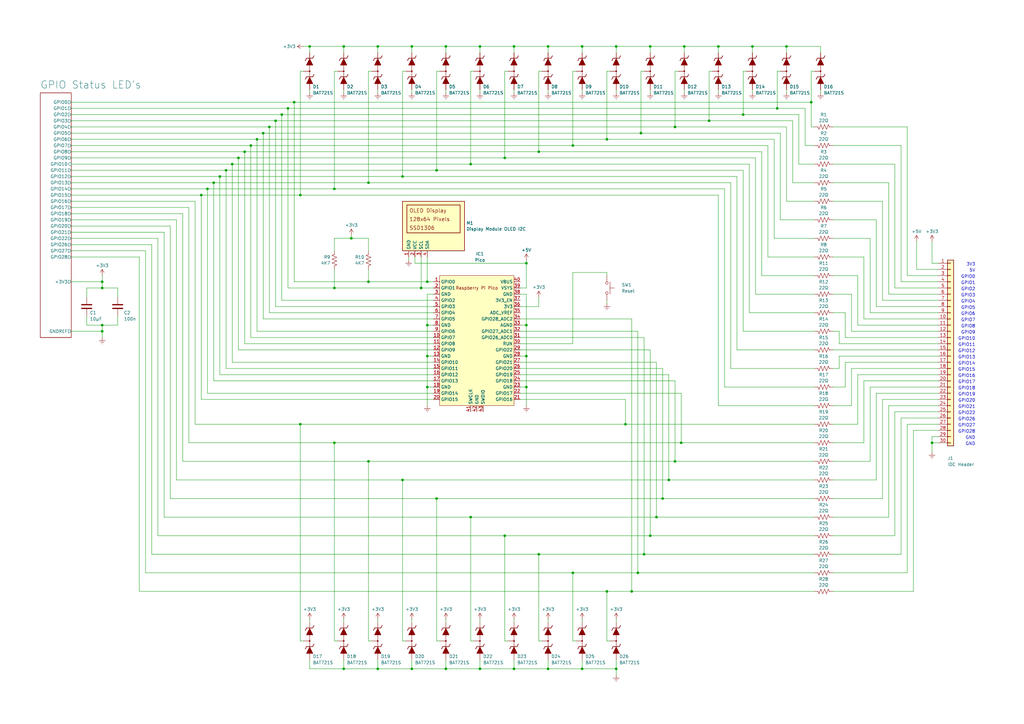
<source format=kicad_sch>
(kicad_sch (version 20231120) (generator "eeschema") (generator_version "8.0")
  (paper "A3")
  (title_block (title "PicoXpander -Pico Driver Board"))
  (junction (at 261.62 234.95))
  (junction (at 193.04 67.31))
  (junction (at 87.63 74.93))
  (junction (at 264.16 227.33))
  (junction (at 280.67 19.05))
  (junction (at 115.57 46.99))
  (junction (at 252.73 19.05))
  (junction (at 238.76 19.05))
  (junction (at 210.82 274.32))
  (junction (at 210.82 19.05))
  (junction (at 215.9 107.95))
  (junction (at 266.7 19.05))
  (junction (at 179.07 204.47))
  (junction (at 144.1103 97.7365))
  (junction (at 382.27 181.61))
  (junction (at 318.77 44.45))
  (junction (at 168.91 274.32))
  (junction (at 105.41 57.15))
  (junction (at 41.91 118.11))
  (junction (at 110.49 52.07))
  (junction (at 290.83 49.53))
  (junction (at 175.26 146.05))
  (junction (at 196.85 19.05))
  (junction (at 215.9 158.75))
  (junction (at 100.33 62.23))
  (junction (at 85.09 77.47))
  (junction (at 179.07 69.85))
  (junction (at 274.32 196.85))
  (junction (at 207.01 219.71))
  (junction (at 271.78 204.47))
  (junction (at 168.91 19.05))
  (junction (at 215.9 133.35))
  (junction (at 154.94 19.05))
  (junction (at 120.65 41.91))
  (junction (at 97.79 64.77))
  (junction (at 259.08 242.57))
  (junction (at 123.19 80.01))
  (junction (at 294.64 19.05))
  (junction (at 137.16 181.61))
  (junction (at 262.89 54.61))
  (junction (at 193.04 212.09))
  (junction (at 113.03 49.53))
  (junction (at 151.13 189.23))
  (junction (at 220.98 62.23))
  (junction (at 276.86 189.23))
  (junction (at 137.16 77.47))
  (junction (at 256.54 173.99))
  (junction (at 92.71 69.85))
  (junction (at 151.13 115.57))
  (junction (at 95.25 67.31))
  (junction (at 41.91 133.35))
  (junction (at 175.26 133.35))
  (junction (at 41.91 115.57))
  (junction (at 90.17 72.39))
  (junction (at 234.95 234.95))
  (junction (at 196.85 274.32))
  (junction (at 137.16 118.11))
  (junction (at 151.13 74.93))
  (junction (at 41.91 135.89))
  (junction (at 304.8 46.99))
  (junction (at 207.01 64.77))
  (junction (at 252.73 274.32))
  (junction (at 276.86 52.07))
  (junction (at 248.92 57.15))
  (junction (at 182.88 274.32))
  (junction (at 224.79 274.32))
  (junction (at 308.61 19.05))
  (junction (at 279.4 181.61))
  (junction (at 140.97 19.05))
  (junction (at 234.95 59.69))
  (junction (at 165.1 72.39))
  (junction (at 123.19 173.99))
  (junction (at 165.1 196.85))
  (junction (at 82.55 80.01))
  (junction (at 224.79 19.05))
  (junction (at 238.76 274.32))
  (junction (at 127 19.05))
  (junction (at 248.92 242.57))
  (junction (at 175.26 158.75))
  (junction (at 102.87 59.69))
  (junction (at 266.7 219.71))
  (junction (at 332.74 41.91))
  (junction (at 182.88 19.05))
  (junction (at 322.58 19.05))
  (junction (at 107.95 54.61))
  (junction (at 220.98 227.33))
  (junction (at 154.94 274.32))
  (junction (at 118.11 44.45))
  (junction (at 172.72 118.11))
  (junction (at 269.24 212.09))
  (junction (at 215.9 146.05))
  (junction (at 175.26 115.57))
  (junction (at 140.97 274.32))
  (wire (pts (xy 318.77 44.45) (xy 318.77 29.21)))
  (wire (pts (xy 356.87 189.23) (xy 341.63 189.23)))
  (wire (pts (xy 364.49 212.09) (xy 341.63 212.09)))
  (wire (pts (xy 252.73 270.51) (xy 252.73 274.32)))
  (wire (pts (xy 140.97 274.32) (xy 127 274.32)))
  (wire (pts (xy 220.98 125.73) (xy 220.98 121.92)))
  (wire (pts (xy 248.92 29.21) (xy 250.19 29.21)))
  (wire (pts (xy 213.36 130.81) (xy 259.08 130.81)))
  (wire (pts (xy 41.91 138.43) (xy 41.91 135.89)))
  (wire (pts (xy 137.16 29.21) (xy 138.43 29.21)))
  (wire (pts (xy 196.85 38.1) (xy 196.85 36.83)))
  (wire (pts (xy 384.81 146.05) (xy 344.17 146.05)))
  (wire (pts (xy 302.26 72.39) (xy 302.26 143.51)))
  (wire (pts (xy 177.8 151.13) (xy 92.71 151.13)))
  (wire (pts (xy 77.47 181.61) (xy 137.16 181.61)))
  (wire (pts (xy 374.65 242.57) (xy 341.63 242.57)))
  (wire (pts (xy 349.25 166.37) (xy 341.63 166.37)))
  (wire (pts (xy 154.94 270.51) (xy 154.94 274.32)))
  (wire (pts (xy 29.21 74.93) (xy 87.63 74.93)))
  (wire (pts (xy 356.87 97.79) (xy 341.63 97.79)))
  (wire (pts (xy 182.88 254) (xy 182.88 255.27)))
  (wire (pts (xy 384.81 140.97) (xy 344.17 140.97)))
  (wire (pts (xy 334.01 135.89) (xy 304.8 135.89)))
  (wire (pts (xy 177.8 158.75) (xy 175.26 158.75)))
  (wire (pts (xy 384.81 163.83) (xy 361.95 163.83)))
  (wire (pts (xy 384.81 125.73) (xy 359.41 125.73)))
  (wire (pts (xy 384.81 151.13) (xy 349.25 151.13)))
  (wire (pts (xy 384.81 138.43) (xy 346.71 138.43)))
  (wire (pts (xy 280.67 19.05) (xy 280.67 21.59)))
  (wire (pts (xy 384.81 115.57) (xy 369.57 115.57)))
  (wire (pts (xy 359.41 90.17) (xy 341.63 90.17)))
  (wire (pts (xy 384.81 113.03) (xy 372.11 113.03)))
  (wire (pts (xy 175.26 133.35) (xy 177.8 133.35)))
  (wire (pts (xy 29.21 67.31) (xy 95.25 67.31)))
  (wire (pts (xy 85.09 77.47) (xy 137.16 77.47)))
  (wire (pts (xy 220.98 227.33) (xy 264.16 227.33)))
  (wire (pts (xy 29.21 46.99) (xy 115.57 46.99)))
  (wire (pts (xy 179.07 204.47) (xy 271.78 204.47)))
  (wire (pts (xy 182.88 274.32) (xy 196.85 274.32)))
  (wire (pts (xy 356.87 128.27) (xy 356.87 97.79)))
  (wire (pts (xy 384.81 130.81) (xy 354.33 130.81)))
  (wire (pts (xy 177.8 148.59) (xy 95.25 148.59)))
  (wire (pts (xy 154.94 254) (xy 154.94 255.27)))
  (wire (pts (xy 336.55 38.1) (xy 336.55 36.83)))
  (wire (pts (xy 252.73 19.05) (xy 266.7 19.05)))
  (wire (pts (xy 213.36 153.67) (xy 274.32 153.67)))
  (wire (pts (xy 193.04 262.89) (xy 193.04 212.09)))
  (wire (pts (xy 334.01 151.13) (xy 299.72 151.13)))
  (wire (pts (xy 248.92 262.89) (xy 248.92 242.57)))
  (wire (pts (xy 59.69 102.87) (xy 59.69 234.95)))
  (wire (pts (xy 29.21 69.85) (xy 92.71 69.85)))
  (wire (pts (xy 354.33 105.41) (xy 341.63 105.41)))
  (wire (pts (xy 29.21 82.55) (xy 80.01 82.55)))
  (wire (pts (xy 308.61 38.1) (xy 308.61 36.83)))
  (wire (pts (xy 29.21 59.69) (xy 102.87 59.69)))
  (wire (pts (xy 120.65 41.91) (xy 332.74 41.91)))
  (wire (pts (xy 140.97 270.51) (xy 140.97 274.32)))
  (wire (pts (xy 207.01 219.71) (xy 266.7 219.71)))
  (wire (pts (xy 165.1 29.21) (xy 166.37 29.21)))
  (wire (pts (xy 369.57 59.69) (xy 341.63 59.69)))
  (wire (pts (xy 374.65 176.53) (xy 374.65 242.57)))
  (wire (pts (xy 107.95 54.61) (xy 262.89 54.61)))
  (wire (pts (xy 325.12 49.53) (xy 290.83 49.53)))
  (wire (pts (xy 334.01 74.93) (xy 325.12 74.93)))
  (wire (pts (xy 248.92 124.46) (xy 248.92 123.19)))
  (wire (pts (xy 29.21 41.91) (xy 120.65 41.91)))
  (wire (pts (xy 294.64 21.59) (xy 294.64 19.05)))
  (wire (pts (xy 215.9 158.75) (xy 215.9 166.37)))
  (wire (pts (xy 196.85 19.05) (xy 196.85 21.59)))
  (wire (pts (xy 102.87 138.43) (xy 102.87 59.69)))
  (wire (pts (xy 384.81 171.45) (xy 369.57 171.45)))
  (wire (pts (xy 367.03 118.11) (xy 367.03 67.31)))
  (wire (pts (xy 276.86 189.23) (xy 334.01 189.23)))
  (wire (pts (xy 346.71 128.27) (xy 341.63 128.27)))
  (wire (pts (xy 29.21 77.47) (xy 85.09 77.47)))
  (wire (pts (xy 138.43 262.89) (xy 137.16 262.89)))
  (wire (pts (xy 266.7 19.05) (xy 280.67 19.05)))
  (wire (pts (xy 175.26 146.05) (xy 175.26 133.35)))
  (wire (pts (xy 266.7 143.51) (xy 266.7 219.71)))
  (wire (pts (xy 384.81 176.53) (xy 374.65 176.53)))
  (wire (pts (xy 238.76 19.05) (xy 238.76 21.59)))
  (wire (pts (xy 351.79 133.35) (xy 351.79 113.03)))
  (wire (pts (xy 35.56 129.54) (xy 35.56 133.35)))
  (wire (pts (xy 234.95 111.76) (xy 248.92 111.76)))
  (wire (pts (xy 248.92 29.21) (xy 248.92 57.15)))
  (wire (pts (xy 64.77 97.79) (xy 64.77 219.71)))
  (wire (pts (xy 213.36 146.05) (xy 215.9 146.05)))
  (wire (pts (xy 382.27 107.95) (xy 384.81 107.95)))
  (wire (pts (xy 215.9 106.68) (xy 215.9 107.95)))
  (wire (pts (xy 351.79 113.03) (xy 341.63 113.03)))
  (wire (pts (xy 151.13 262.89) (xy 151.13 189.23)))
  (wire (pts (xy 224.79 270.51) (xy 224.79 274.32)))
  (wire (pts (xy 175.26 115.57) (xy 177.8 115.57)))
  (wire (pts (xy 35.56 121.92) (xy 35.56 118.11)))
  (wire (pts (xy 318.77 29.21) (xy 320.04 29.21)))
  (wire (pts (xy 334.01 196.85) (xy 274.32 196.85)))
  (wire (pts (xy 97.79 143.51) (xy 97.79 64.77)))
  (wire (pts (xy 127 21.59) (xy 127 19.05)))
  (wire (pts (xy 90.17 153.67) (xy 90.17 72.39)))
  (wire (pts (xy 168.91 274.32) (xy 182.88 274.32)))
  (wire (pts (xy 320.04 54.61) (xy 262.89 54.61)))
  (wire (pts (xy 29.21 102.87) (xy 59.69 102.87)))
  (wire (pts (xy 137.16 181.61) (xy 279.4 181.61)))
  (wire (pts (xy 213.36 148.59) (xy 269.24 148.59)))
  (wire (pts (xy 220.98 62.23) (xy 312.42 62.23)))
  (wire (pts (xy 95.25 67.31) (xy 193.04 67.31)))
  (wire (pts (xy 82.55 80.01) (xy 123.19 80.01)))
  (wire (pts (xy 48.26 129.54) (xy 48.26 133.35)))
  (wire (pts (xy 234.95 111.76) (xy 234.95 140.97)))
  (wire (pts (xy 107.95 130.81) (xy 107.95 54.61)))
  (wire (pts (xy 48.26 118.11) (xy 48.26 121.92)))
  (wire (pts (xy 367.03 219.71) (xy 341.63 219.71)))
  (wire (pts (xy 299.72 151.13) (xy 299.72 74.93)))
  (wire (pts (xy 330.2 44.45) (xy 318.77 44.45)))
  (wire (pts (xy 210.82 254) (xy 210.82 255.27)))
  (wire (pts (xy 177.8 130.81) (xy 107.95 130.81)))
  (wire (pts (xy 115.57 46.99) (xy 304.8 46.99)))
  (wire (pts (xy 193.04 29.21) (xy 193.04 67.31)))
  (wire (pts (xy 279.4 161.29) (xy 279.4 181.61)))
  (wire (pts (xy 351.79 153.67) (xy 351.79 173.99)))
  (wire (pts (xy 259.08 130.81) (xy 259.08 242.57)))
  (wire (pts (xy 327.66 46.99) (xy 327.66 67.31)))
  (wire (pts (xy 29.21 115.57) (xy 41.91 115.57)))
  (wire (pts (xy 29.21 80.01) (xy 82.55 80.01)))
  (wire (pts (xy 256.54 163.83) (xy 256.54 173.99)))
  (wire (pts (xy 72.39 90.17) (xy 72.39 196.85)))
  (wire (pts (xy 384.81 120.65) (xy 364.49 120.65)))
  (wire (pts (xy 207.01 29.21) (xy 208.28 29.21)))
  (wire (pts (xy 367.03 168.91) (xy 367.03 219.71)))
  (wire (pts (xy 297.18 77.47) (xy 297.18 158.75)))
  (wire (pts (xy 375.92 110.49) (xy 384.81 110.49)))
  (wire (pts (xy 127 254) (xy 127 255.27)))
  (wire (pts (xy 123.19 262.89) (xy 124.46 262.89)))
  (wire (pts (xy 266.7 38.1) (xy 266.7 36.83)))
  (wire (pts (xy 57.15 242.57) (xy 248.92 242.57)))
  (wire (pts (xy 336.55 19.05) (xy 336.55 21.59)))
  (wire (pts (xy 384.81 161.29) (xy 359.41 161.29)))
  (wire (pts (xy 137.16 97.7365) (xy 144.1103 97.7365)))
  (wire (pts (xy 74.93 189.23) (xy 151.13 189.23)))
  (wire (pts (xy 234.95 59.69) (xy 314.96 59.69)))
  (wire (pts (xy 154.94 38.1) (xy 154.94 36.83)))
  (wire (pts (xy 35.56 118.11) (xy 41.91 118.11)))
  (wire (pts (xy 137.16 77.47) (xy 297.18 77.47)))
  (wire (pts (xy 196.85 270.51) (xy 196.85 274.32)))
  (wire (pts (xy 375.92 99.06) (xy 375.92 110.49)))
  (wire (pts (xy 261.62 135.89) (xy 261.62 234.95)))
  (wire (pts (xy 196.85 19.05) (xy 210.82 19.05)))
  (wire (pts (xy 384.81 123.19) (xy 361.95 123.19)))
  (wire (pts (xy 165.1 262.89) (xy 165.1 196.85)))
  (wire (pts (xy 384.81 135.89) (xy 349.25 135.89)))
  (wire (pts (xy 113.03 125.73) (xy 177.8 125.73)))
  (wire (pts (xy 87.63 156.21) (xy 87.63 74.93)))
  (wire (pts (xy 261.62 234.95) (xy 334.01 234.95)))
  (wire (pts (xy 299.72 74.93) (xy 151.13 74.93)))
  (wire (pts (xy 69.85 92.71) (xy 69.85 204.47)))
  (wire (pts (xy 175.26 146.05) (xy 175.26 158.75)))
  (wire (pts (xy 290.83 29.21) (xy 292.1 29.21)))
  (wire (pts (xy 175.26 158.75) (xy 175.26 166.37)))
  (wire (pts (xy 334.01 52.07) (xy 332.74 52.07)))
  (wire (pts (xy 294.64 80.01) (xy 123.19 80.01)))
  (wire (pts (xy 264.16 138.43) (xy 264.16 227.33)))
  (wire (pts (xy 213.36 140.97) (xy 234.95 140.97)))
  (wire (pts (xy 344.17 151.13) (xy 341.63 151.13)))
  (wire (pts (xy 177.8 128.27) (xy 110.49 128.27)))
  (wire (pts (xy 213.36 138.43) (xy 264.16 138.43)))
  (wire (pts (xy 105.41 57.15) (xy 248.92 57.15)))
  (wire (pts (xy 29.21 90.17) (xy 72.39 90.17)))
  (wire (pts (xy 29.21 54.61) (xy 107.95 54.61)))
  (wire (pts (xy 215.9 133.35) (xy 215.9 146.05)))
  (wire (pts (xy 364.49 166.37) (xy 364.49 212.09)))
  (wire (pts (xy 69.85 204.47) (xy 179.07 204.47)))
  (wire (pts (xy 118.11 118.11) (xy 137.16 118.11)))
  (wire (pts (xy 309.88 120.65) (xy 309.88 64.77)))
  (wire (pts (xy 334.01 90.17) (xy 320.04 90.17)))
  (wire (pts (xy 384.81 156.21) (xy 354.33 156.21)))
  (wire (pts (xy 294.64 19.05) (xy 308.61 19.05)))
  (wire (pts (xy 384.81 158.75) (xy 356.87 158.75)))
  (wire (pts (xy 168.91 254) (xy 168.91 255.27)))
  (wire (pts (xy 317.5 97.79) (xy 334.01 97.79)))
  (wire (pts (xy 238.76 254) (xy 238.76 255.27)))
  (wire (pts (xy 271.78 151.13) (xy 271.78 204.47)))
  (wire (pts (xy 213.36 161.29) (xy 279.4 161.29)))
  (wire (pts (xy 346.71 148.59) (xy 346.71 158.75)))
  (wire (pts (xy 213.36 156.21) (xy 276.86 156.21)))
  (wire (pts (xy 222.25 262.89) (xy 220.98 262.89)))
  (wire (pts (xy 62.23 227.33) (xy 220.98 227.33)))
  (wire (pts (xy 29.21 87.63) (xy 74.93 87.63)))
  (wire (pts (xy 74.93 87.63) (xy 74.93 189.23)))
  (wire (pts (xy 179.07 262.89) (xy 179.07 204.47)))
  (wire (pts (xy 207.01 262.89) (xy 208.28 262.89)))
  (wire (pts (xy 215.9 120.65) (xy 215.9 133.35)))
  (wire (pts (xy 269.24 148.59) (xy 269.24 212.09)))
  (wire (pts (xy 364.49 120.65) (xy 364.49 74.93)))
  (wire (pts (xy 308.61 19.05) (xy 308.61 21.59)))
  (wire (pts (xy 334.01 212.09) (xy 269.24 212.09)))
  (wire (pts (xy 137.16 262.89) (xy 137.16 181.61)))
  (wire (pts (xy 304.8 29.21) (xy 304.8 46.99)))
  (wire (pts (xy 224.79 38.1) (xy 224.79 36.83)))
  (wire (pts (xy 322.58 19.05) (xy 322.58 21.59)))
  (wire (pts (xy 213.36 163.83) (xy 256.54 163.83)))
  (wire (pts (xy 322.58 38.1) (xy 322.58 36.83)))
  (wire (pts (xy 215.9 118.11) (xy 215.9 107.95)))
  (wire (pts (xy 210.82 19.05) (xy 210.82 21.59)))
  (wire (pts (xy 154.94 19.05) (xy 154.94 21.59)))
  (wire (pts (xy 304.8 29.21) (xy 306.07 29.21)))
  (wire (pts (xy 384.81 166.37) (xy 364.49 166.37)))
  (wire (pts (xy 294.64 38.1) (xy 294.64 36.83)))
  (wire (pts (xy 137.16 29.21) (xy 137.16 77.47)))
  (wire (pts (xy 234.95 29.21) (xy 236.22 29.21)))
  (wire (pts (xy 364.49 74.93) (xy 341.63 74.93)))
  (wire (pts (xy 224.79 19.05) (xy 238.76 19.05)))
  (wire (pts (xy 151.13 262.89) (xy 152.4 262.89)))
  (wire (pts (xy 137.16 118.11) (xy 172.72 118.11)))
  (wire (pts (xy 196.85 254) (xy 196.85 255.27)))
  (wire (pts (xy 62.23 100.33) (xy 62.23 227.33)))
  (wire (pts (xy 361.95 163.83) (xy 361.95 204.47)))
  (wire (pts (xy 177.8 140.97) (xy 100.33 140.97)))
  (wire (pts (xy 307.34 128.27) (xy 334.01 128.27)))
  (wire (pts (xy 85.09 161.29) (xy 85.09 77.47)))
  (wire (pts (xy 102.87 59.69) (xy 234.95 59.69)))
  (wire (pts (xy 144.1103 97.7365) (xy 151.13 97.7365)))
  (wire (pts (xy 384.81 143.51) (xy 341.63 143.51)))
  (wire (pts (xy 332.74 29.21) (xy 332.74 41.91)))
  (wire (pts (xy 29.21 62.23) (xy 100.33 62.23)))
  (wire (pts (xy 213.36 118.11) (xy 215.9 118.11)))
  (wire (pts (xy 123.19 29.21) (xy 124.46 29.21)))
  (wire (pts (xy 113.03 49.53) (xy 290.83 49.53)))
  (wire (pts (xy 154.94 274.32) (xy 140.97 274.32)))
  (wire (pts (xy 29.21 85.09) (xy 77.47 85.09)))
  (wire (pts (xy 322.58 19.05) (xy 336.55 19.05)))
  (wire (pts (xy 120.65 115.57) (xy 151.13 115.57)))
  (wire (pts (xy 100.33 62.23) (xy 220.98 62.23)))
  (wire (pts (xy 207.01 64.77) (xy 207.01 29.21)))
  (wire (pts (xy 304.8 46.99) (xy 327.66 46.99)))
  (wire (pts (xy 372.11 113.03) (xy 372.11 52.07)))
  (wire (pts (xy 354.33 156.21) (xy 354.33 181.61)))
  (wire (pts (xy 207.01 64.77) (xy 309.88 64.77)))
  (wire (pts (xy 41.91 115.57) (xy 41.91 118.11)))
  (wire (pts (xy 308.61 19.05) (xy 322.58 19.05)))
  (wire (pts (xy 274.32 153.67) (xy 274.32 196.85)))
  (wire (pts (xy 248.92 57.15) (xy 317.5 57.15)))
  (wire (pts (xy 234.95 262.89) (xy 234.95 234.95)))
  (wire (pts (xy 314.96 105.41) (xy 314.96 59.69)))
  (wire (pts (xy 90.17 72.39) (xy 165.1 72.39)))
  (wire (pts (xy 82.55 163.83) (xy 177.8 163.83)))
  (wire (pts (xy 252.73 274.32) (xy 252.73 276.86)))
  (wire (pts (xy 165.1 29.21) (xy 165.1 72.39)))
  (wire (pts (xy 213.36 158.75) (xy 215.9 158.75)))
  (wire (pts (xy 220.98 29.21) (xy 220.98 62.23)))
  (wire (pts (xy 179.07 69.85) (xy 179.07 29.21)))
  (wire (pts (xy 120.65 41.91) (xy 120.65 115.57)))
  (wire (pts (xy 35.56 133.35) (xy 41.91 133.35)))
  (wire (pts (xy 151.13 115.57) (xy 175.26 115.57)))
  (wire (pts (xy 384.81 173.99) (xy 372.11 173.99)))
  (wire (pts (xy 384.81 168.91) (xy 367.03 168.91)))
  (wire (pts (xy 234.95 234.95) (xy 261.62 234.95)))
  (wire (pts (xy 97.79 64.77) (xy 207.01 64.77)))
  (wire (pts (xy 115.57 123.19) (xy 115.57 46.99)))
  (wire (pts (xy 123.19 80.01) (xy 123.19 29.21)))
  (wire (pts (xy 177.8 138.43) (xy 102.87 138.43)))
  (wire (pts (xy 382.27 181.61) (xy 382.27 185.42)))
  (wire (pts (xy 266.7 19.05) (xy 266.7 21.59)))
  (wire (pts (xy 29.21 72.39) (xy 90.17 72.39)))
  (wire (pts (xy 213.36 133.35) (xy 215.9 133.35)))
  (wire (pts (xy 210.82 19.05) (xy 224.79 19.05)))
  (wire (pts (xy 170.18 107.95) (xy 170.18 105.41)))
  (wire (pts (xy 80.01 173.99) (xy 123.19 173.99)))
  (wire (pts (xy 168.91 38.1) (xy 168.91 36.83)))
  (wire (pts (xy 317.5 57.15) (xy 317.5 97.79)))
  (wire (pts (xy 320.04 90.17) (xy 320.04 54.61)))
  (wire (pts (xy 177.8 123.19) (xy 115.57 123.19)))
  (wire (pts (xy 349.25 135.89) (xy 349.25 120.65)))
  (wire (pts (xy 312.42 62.23) (xy 312.42 113.03)))
  (wire (pts (xy 224.79 254) (xy 224.79 255.27)))
  (wire (pts (xy 57.15 105.41) (xy 57.15 242.57)))
  (wire (pts (xy 367.03 67.31) (xy 341.63 67.31)))
  (wire (pts (xy 165.1 196.85) (xy 274.32 196.85)))
  (wire (pts (xy 127 274.32) (xy 127 270.51)))
  (wire (pts (xy 238.76 19.05) (xy 252.73 19.05)))
  (wire (pts (xy 334.01 82.55) (xy 322.58 82.55)))
  (wire (pts (xy 177.8 153.67) (xy 90.17 153.67)))
  (wire (pts (xy 334.01 166.37) (xy 294.64 166.37)))
  (wire (pts (xy 294.64 166.37) (xy 294.64 80.01)))
  (wire (pts (xy 312.42 113.03) (xy 334.01 113.03)))
  (wire (pts (xy 154.94 19.05) (xy 168.91 19.05)))
  (wire (pts (xy 349.25 120.65) (xy 341.63 120.65)))
  (wire (pts (xy 175.26 105.41) (xy 175.26 115.57)))
  (wire (pts (xy 118.11 44.45) (xy 318.77 44.45)))
  (wire (pts (xy 29.21 49.53) (xy 113.03 49.53)))
  (wire (pts (xy 213.36 125.73) (xy 220.98 125.73)))
  (wire (pts (xy 151.13 110.49) (xy 151.13 115.57)))
  (wire (pts (xy 113.03 125.73) (xy 113.03 49.53)))
  (wire (pts (xy 179.07 262.89) (xy 180.34 262.89)))
  (wire (pts (xy 248.92 242.57) (xy 259.08 242.57)))
  (wire (pts (xy 238.76 270.51) (xy 238.76 274.32)))
  (wire (pts (xy 384.81 118.11) (xy 367.03 118.11)))
  (wire (pts (xy 123.19 173.99) (xy 256.54 173.99)))
  (wire (pts (xy 382.27 179.07) (xy 382.27 181.61)))
  (wire (pts (xy 327.66 67.31) (xy 334.01 67.31)))
  (wire (pts (xy 276.86 156.21) (xy 276.86 189.23)))
  (wire (pts (xy 41.91 113.03) (xy 41.91 115.57)))
  (wire (pts (xy 168.91 270.51) (xy 168.91 274.32)))
  (wire (pts (xy 332.74 41.91) (xy 332.74 52.07)))
  (wire (pts (xy 80.01 82.55) (xy 80.01 173.99)))
  (wire (pts (xy 193.04 67.31) (xy 307.34 67.31)))
  (wire (pts (xy 325.12 74.93) (xy 325.12 49.53)))
  (wire (pts (xy 238.76 274.32) (xy 252.73 274.32)))
  (wire (pts (xy 137.16 102.87) (xy 137.16 97.7365)))
  (wire (pts (xy 182.88 270.51) (xy 182.88 274.32)))
  (wire (pts (xy 334.01 105.41) (xy 314.96 105.41)))
  (wire (pts (xy 252.73 38.1) (xy 252.73 36.83)))
  (wire (pts (xy 213.36 151.13) (xy 271.78 151.13)))
  (wire (pts (xy 172.72 118.11) (xy 177.8 118.11)))
  (wire (pts (xy 220.98 262.89) (xy 220.98 227.33)))
  (wire (pts (xy 259.08 242.57) (xy 334.01 242.57)))
  (wire (pts (xy 369.57 227.33) (xy 341.63 227.33)))
  (wire (pts (xy 175.26 146.05) (xy 177.8 146.05)))
  (wire (pts (xy 297.18 158.75) (xy 334.01 158.75)))
  (wire (pts (xy 207.01 262.89) (xy 207.01 219.71)))
  (wire (pts (xy 95.25 148.59) (xy 95.25 67.31)))
  (wire (pts (xy 29.21 100.33) (xy 62.23 100.33)))
  (wire (pts (xy 361.95 82.55) (xy 341.63 82.55)))
  (wire (pts (xy 29.21 97.79) (xy 64.77 97.79)))
  (wire (pts (xy 264.16 227.33) (xy 334.01 227.33)))
  (wire (pts (xy 92.71 69.85) (xy 179.07 69.85)))
  (wire (pts (xy 179.07 29.21) (xy 180.34 29.21)))
  (wire (pts (xy 118.11 118.11) (xy 118.11 44.45)))
  (wire (pts (xy 182.88 19.05) (xy 196.85 19.05)))
  (wire (pts (xy 238.76 38.1) (xy 238.76 36.83)))
  (wire (pts (xy 220.98 29.21) (xy 222.25 29.21)))
  (wire (pts (xy 151.13 29.21) (xy 152.4 29.21)))
  (wire (pts (xy 210.82 38.1) (xy 210.82 36.83)))
  (wire (pts (xy 344.17 146.05) (xy 344.17 151.13)))
  (wire (pts (xy 302.26 143.51) (xy 334.01 143.51)))
  (wire (pts (xy 29.21 52.07) (xy 110.49 52.07)))
  (wire (pts (xy 179.07 69.85) (xy 304.8 69.85)))
  (wire (pts (xy 234.95 59.69) (xy 234.95 29.21)))
  (wire (pts (xy 124.46 19.05) (xy 127 19.05)))
  (wire (pts (xy 307.34 67.31) (xy 307.34 128.27)))
  (wire (pts (xy 29.21 105.41) (xy 57.15 105.41)))
  (wire (pts (xy 167.64 106.68) (xy 167.64 105.41)))
  (wire (pts (xy 137.16 110.49) (xy 137.16 118.11)))
  (wire (pts (xy 356.87 158.75) (xy 356.87 189.23)))
  (wire (pts (xy 252.73 19.05) (xy 252.73 21.59)))
  (wire (pts (xy 196.85 274.32) (xy 210.82 274.32)))
  (wire (pts (xy 359.41 125.73) (xy 359.41 90.17)))
  (wire (pts (xy 172.72 105.41) (xy 172.72 118.11)))
  (wire (pts (xy 369.57 171.45) (xy 369.57 227.33)))
  (wire (pts (xy 29.21 95.25) (xy 67.31 95.25)))
  (wire (pts (xy 215.9 107.95) (xy 170.18 107.95)))
  (wire (pts (xy 127 38.1) (xy 127 36.83)))
  (wire (pts (xy 252.73 254) (xy 252.73 255.27)))
  (wire (pts (xy 213.36 143.51) (xy 266.7 143.51)))
  (wire (pts (xy 100.33 140.97) (xy 100.33 62.23)))
  (wire (pts (xy 210.82 270.51) (xy 210.82 274.32)))
  (wire (pts (xy 248.92 111.76) (xy 248.92 113.03)))
  (wire (pts (xy 140.97 254) (xy 140.97 255.27)))
  (wire (pts (xy 322.58 82.55) (xy 322.58 52.07)))
  (wire (pts (xy 182.88 19.05) (xy 182.88 21.59)))
  (wire (pts (xy 372.11 52.07) (xy 341.63 52.07)))
  (wire (pts (xy 168.91 19.05) (xy 168.91 21.59)))
  (wire (pts (xy 175.26 133.35) (xy 175.26 120.65)))
  (wire (pts (xy 354.33 130.81) (xy 354.33 105.41)))
  (wire (pts (xy 175.26 120.65) (xy 177.8 120.65)))
  (wire (pts (xy 140.97 38.1) (xy 140.97 36.83)))
  (wire (pts (xy 168.91 274.32) (xy 154.94 274.32)))
  (wire (pts (xy 168.91 19.05) (xy 182.88 19.05)))
  (wire (pts (xy 72.39 196.85) (xy 165.1 196.85)))
  (wire (pts (xy 194.31 262.89) (xy 193.04 262.89)))
  (wire (pts (xy 92.71 151.13) (xy 92.71 69.85)))
  (wire (pts (xy 177.8 161.29) (xy 85.09 161.29)))
  (wire (pts (xy 165.1 72.39) (xy 302.26 72.39)))
  (wire (pts (xy 330.2 59.69) (xy 330.2 44.45)))
  (wire (pts (xy 384.81 181.61) (xy 382.27 181.61)))
  (wire (pts (xy 372.11 173.99) (xy 372.11 234.95)))
  (wire (pts (xy 213.36 135.89) (xy 261.62 135.89)))
  (wire (pts (xy 144.1103 96.4665) (xy 144.1103 97.7365)))
  (wire (pts (xy 82.55 163.83) (xy 82.55 80.01)))
  (wire (pts (xy 151.13 189.23) (xy 276.86 189.23)))
  (wire (pts (xy 290.83 49.53) (xy 290.83 29.21)))
  (wire (pts (xy 151.13 74.93) (xy 151.13 29.21)))
  (wire (pts (xy 177.8 143.51) (xy 97.79 143.51)))
  (wire (pts (xy 29.21 57.15) (xy 105.41 57.15)))
  (wire (pts (xy 250.19 262.89) (xy 248.92 262.89)))
  (wire (pts (xy 276.86 29.21) (xy 278.13 29.21)))
  (wire (pts (xy 41.91 133.35) (xy 48.26 133.35)))
  (wire (pts (xy 210.82 274.32) (xy 224.79 274.32)))
  (wire (pts (xy 213.36 120.65) (xy 215.9 120.65)))
  (wire (pts (xy 234.95 262.89) (xy 236.22 262.89)))
  (wire (pts (xy 372.11 234.95) (xy 341.63 234.95)))
  (wire (pts (xy 29.21 135.89) (xy 41.91 135.89)))
  (wire (pts (xy 334.01 120.65) (xy 309.88 120.65)))
  (wire (pts (xy 346.71 138.43) (xy 346.71 128.27)))
  (wire (pts (xy 182.88 38.1) (xy 182.88 36.83)))
  (wire (pts (xy 276.86 52.07) (xy 322.58 52.07)))
  (wire (pts (xy 361.95 123.19) (xy 361.95 82.55)))
  (wire (pts (xy 354.33 181.61) (xy 341.63 181.61)))
  (wire (pts (xy 151.13 97.7365) (xy 151.13 102.87)))
  (wire (pts (xy 384.81 148.59) (xy 346.71 148.59)))
  (wire (pts (xy 177.8 135.89) (xy 105.41 135.89)))
  (wire (pts (xy 41.91 118.11) (xy 48.26 118.11)))
  (wire (pts (xy 127 19.05) (xy 140.97 19.05)))
  (wire (pts (xy 266.7 219.71) (xy 334.01 219.71)))
  (wire (pts (xy 77.47 85.09) (xy 77.47 181.61)))
  (wire (pts (xy 215.9 146.05) (xy 215.9 158.75)))
  (wire (pts (xy 64.77 219.71) (xy 207.01 219.71)))
  (wire (pts (xy 87.63 74.93) (xy 151.13 74.93)))
  (wire (pts (xy 384.81 133.35) (xy 351.79 133.35)))
  (wire (pts (xy 334.01 181.61) (xy 279.4 181.61)))
  (wire (pts (xy 262.89 29.21) (xy 264.16 29.21)))
  (wire (pts (xy 344.17 140.97) (xy 344.17 135.89)))
  (wire (pts (xy 359.41 196.85) (xy 341.63 196.85)))
  (wire (pts (xy 177.8 156.21) (xy 87.63 156.21)))
  (wire (pts (xy 276.86 52.07) (xy 276.86 29.21)))
  (wire (pts (xy 382.27 99.06) (xy 382.27 107.95)))
  (wire (pts (xy 280.67 19.05) (xy 294.64 19.05)))
  (wire (pts (xy 384.81 128.27) (xy 356.87 128.27)))
  (wire (pts (xy 224.79 274.32) (xy 238.76 274.32)))
  (wire (pts (xy 334.01 59.69) (xy 330.2 59.69)))
  (wire (pts (xy 166.37 262.89) (xy 165.1 262.89)))
  (wire (pts (xy 384.81 153.67) (xy 351.79 153.67)))
  (wire (pts (xy 140.97 19.05) (xy 154.94 19.05)))
  (wire (pts (xy 193.04 29.21) (xy 194.31 29.21)))
  (wire (pts (xy 304.8 135.89) (xy 304.8 69.85)))
  (wire (pts (xy 29.21 92.71) (xy 69.85 92.71)))
  (wire (pts (xy 332.74 29.21) (xy 334.01 29.21)))
  (wire (pts (xy 29.21 64.77) (xy 97.79 64.77)))
  (wire (pts (xy 349.25 151.13) (xy 349.25 166.37)))
  (wire (pts (xy 361.95 204.47) (xy 341.63 204.47)))
  (wire (pts (xy 29.21 44.45) (xy 118.11 44.45)))
  (wire (pts (xy 110.49 52.07) (xy 276.86 52.07)))
  (wire (pts (xy 105.41 135.89) (xy 105.41 57.15)))
  (wire (pts (xy 384.81 179.07) (xy 382.27 179.07)))
  (wire (pts (xy 256.54 173.99) (xy 334.01 173.99)))
  (wire (pts (xy 346.71 158.75) (xy 341.63 158.75)))
  (wire (pts (xy 359.41 161.29) (xy 359.41 196.85)))
  (wire (pts (xy 193.04 212.09) (xy 269.24 212.09)))
  (wire (pts (xy 271.78 204.47) (xy 334.01 204.47)))
  (wire (pts (xy 140.97 19.05) (xy 140.97 21.59)))
  (wire (pts (xy 351.79 173.99) (xy 341.63 173.99)))
  (wire (pts (xy 262.89 54.61) (xy 262.89 29.21)))
  (wire (pts (xy 41.91 133.35) (xy 41.91 135.89)))
  (wire (pts (xy 67.31 95.25) (xy 67.31 212.09)))
  (wire (pts (xy 224.79 19.05) (xy 224.79 21.59)))
  (wire (pts (xy 110.49 52.07) (xy 110.49 128.27)))
  (wire (pts (xy 123.19 262.89) (xy 123.19 173.99)))
  (wire (pts (xy 280.67 38.1) (xy 280.67 36.83)))
  (wire (pts (xy 59.69 234.95) (xy 234.95 234.95)))
  (wire (pts (xy 67.31 212.09) (xy 193.04 212.09)))
  (wire (pts (xy 344.17 135.89) (xy 341.63 135.89)))
  (wire (pts (xy 369.57 115.57) (xy 369.57 59.69)))
  (text "GPIO13" (at 400.05 147.32 0) (effects (font (size 1.27 1.27)) (justify right bottom)))
  (text "GPIO19" (at 400.05 162.56 0) (effects (font (size 1.27 1.27)) (justify right bottom)))
  (text "GPIO0" (at 400.05 114.3 0) (effects (font (size 1.27 1.27)) (justify right bottom)))
  (text "GPIO3" (at 400.05 121.92 0) (effects (font (size 1.27 1.27)) (justify right bottom)))
  (text "GPIO17" (at 400.05 157.48 0) (effects (font (size 1.27 1.27)) (justify right bottom)))
  (text "GPIO20" (at 400.05 165.1 0) (effects (font (size 1.27 1.27)) (justify right bottom)))
  (text "GPIO21" (at 400.05 167.64 0) (effects (font (size 1.27 1.27)) (justify right bottom)))
  (text "GPIO2" (at 400.05 119.38 0) (effects (font (size 1.27 1.27)) (justify right bottom)))
  (text "3V3" (at 400.05 109.22 0) (effects (font (size 1.27 1.27)) (justify right bottom)))
  (text "GPIO15" (at 400.05 152.4 0) (effects (font (size 1.27 1.27)) (justify right bottom)))
  (text "GPIO14" (at 400.05 149.86 0) (effects (font (size 1.27 1.27)) (justify right bottom)))
  (text "GPIO8" (at 400.05 134.62 0) (effects (font (size 1.27 1.27)) (justify right bottom)))
  (text "GPIO12" (at 400.05 144.78 0) (effects (font (size 1.27 1.27)) (justify right bottom)))
  (text "GPIO16" (at 400.05 154.94 0) (effects (font (size 1.27 1.27)) (justify right bottom)))
  (text "GPIO6" (at 400.05 129.54 0) (effects (font (size 1.27 1.27)) (justify right bottom)))
  (text "GPIO7" (at 400.05 132.08 0) (effects (font (size 1.27 1.27)) (justify right bottom)))
  (text "GPIO27" (at 400.05 175.26 0) (effects (font (size 1.27 1.27)) (justify right bottom)))
  (text "GND" (at 400.05 182.88 0) (effects (font (size 1.27 1.27)) (justify right bottom)))
  (text "GPIO18" (at 400.05 160.02 0) (effects (font (size 1.27 1.27)) (justify right bottom)))
  (text "5V" (at 400.05 111.76 0) (effects (font (size 1.27 1.27)) (justify right bottom)))
  (text "GPIO10" (at 400.05 139.7 0) (effects (font (size 1.27 1.27)) (justify right bottom)))
  (text "GPIO22" (at 400.05 170.18 0) (effects (font (size 1.27 1.27)) (justify right bottom)))
  (text "GPIO9" (at 400.05 137.16 0) (effects (font (size 1.27 1.27)) (justify right bottom)))
  (text "GPIO11" (at 400.05 142.24 0) (effects (font (size 1.27 1.27)) (justify right bottom)))
  (text "GPIO1" (at 400.05 116.84 0) (effects (font (size 1.27 1.27)) (justify right bottom)))
  (text "GPIO4" (at 400.05 124.46 0) (effects (font (size 1.27 1.27)) (justify right bottom)))
  (text "GND" (at 400.05 180.34 0) (effects (font (size 1.27 1.27)) (justify right bottom)))
  (text "GPIO28" (at 400.05 177.8 0) (effects (font (size 1.27 1.27)) (justify right bottom)))
  (text "GPIO26" (at 400.05 172.72 0) (effects (font (size 1.27 1.27)) (justify right bottom)))
  (text "GPIO5" (at 400.05 127 0) (effects (font (size 1.27 1.27)) (justify right bottom)))
  (symbol (lib_id "Device:R_US") (at 337.82 113.03 90) (mirror x) (unit 1)
    (property "Reference" "R11" (at 337.82 107.9967 90))
    (property "Value" "22Ω" (at 337.82 110.4209 90))
    (property "Footprint" "Resistor_SMD:R_0805_2012Metric" (effects (hide yes)))
  )
  (symbol (lib_id "power:+3V3") (at 154.94 254 0) (unit 1)
    (property "Reference" "#PWR030" (effects (hide yes)))
    (property "Value" "+3V3" (at 154.94 249.8669 0))
  )
  (symbol (lib_id "power:GNDREF") (at 248.92 124.46 0) (mirror y) (unit 1)
    (property "Reference" "#PWR023" (effects (hide yes)))
    (property "Value" "GNDREF" (effects (hide yes)))
  )
  (symbol (lib_id "Custom Diode:D_Dual_Series_ACK_Parallel") (at 210.82 29.21 0) (unit 1)
    (property "Reference" "D7" (at 212.09 35.56 0) (effects (justify left)))
    (property "Value" "BAT721S" (at 212.09 38.1 0) (effects (justify left)))
    (property "Footprint" "Package_TO_SOT_SMD:SOT-23" (effects (hide yes)))
    (property "Datasheet" "https://assets.nexperia.com/documents/data-sheet/BAT721S.pdf" (effects (hide yes)))
  )
  (symbol (lib_id "power:+3V3") (at 140.97 254 0) (unit 1)
    (property "Reference" "#PWR029" (effects (hide yes)))
    (property "Value" "+3V3" (at 140.97 249.8669 0))
  )
  (symbol (lib_id "Custom Diode:D_Dual_Series_ACK_Parallel") (at 252.73 29.21 0) (unit 1)
    (property "Reference" "D10" (at 254 35.56 0) (effects (justify left)))
    (property "Value" "BAT721S" (at 254 38.1 0) (effects (justify left)))
    (property "Footprint" "Package_TO_SOT_SMD:SOT-23" (effects (hide yes)))
    (property "Datasheet" "https://assets.nexperia.com/documents/data-sheet/BAT721S.pdf" (effects (hide yes)))
  )
  (symbol (lib_id "power:+5V") (at 375.92 99.06 0) (unit 1)
    (property "Reference" "#PWR040" (effects (hide yes)))
    (property "Value" "+5V" (at 375.92 94.9269 0))
  )
  (symbol (lib_id "Device:R_US") (at 337.82 181.61 90) (mirror x) (unit 1)
    (property "Reference" "R20" (at 337.82 176.5767 90))
    (property "Value" "22Ω" (at 337.82 179.0009 90))
    (property "Footprint" "Resistor_SMD:R_0805_2012Metric" (effects (hide yes)))
  )
  (symbol (lib_id "power:GNDREF") (at 196.85 38.1 0) (unit 1)
    (property "Reference" "#PWR07" (effects (hide yes)))
    (property "Value" "GNDREF" (effects (hide yes)))
  )
  (symbol (lib_id "power:+3V3") (at 382.27 99.06 0) (mirror y) (unit 1)
    (property "Reference" "#PWR019" (effects (hide yes)))
    (property "Value" "+3V3" (at 382.27 94.9269 0))
  )
  (symbol (lib_id "Device:R_US") (at 337.82 151.13 90) (mirror x) (unit 1)
    (property "Reference" "R16" (at 337.82 146.0967 90))
    (property "Value" "22Ω" (at 337.82 148.5209 90))
    (property "Footprint" "Resistor_SMD:R_0805_2012Metric" (effects (hide yes)))
  )
  (symbol (lib_id "Device:R_US") (at 337.82 204.47 90) (mirror x) (unit 1)
    (property "Reference" "R23" (at 337.82 199.4367 90))
    (property "Value" "22Ω" (at 337.82 201.8609 90))
    (property "Footprint" "Resistor_SMD:R_0805_2012Metric" (effects (hide yes)))
  )
  (symbol (lib_id "power:+3V3") (at 210.82 254 0) (unit 1)
    (property "Reference" "#PWR034" (effects (hide yes)))
    (property "Value" "+3V3" (at 210.82 249.8669 0))
  )
  (symbol (lib_id "Device:R_US") (at 337.82 227.33 90) (mirror x) (unit 1)
    (property "Reference" "R26" (at 337.82 222.2967 90))
    (property "Value" "22Ω" (at 337.82 224.7209 90))
    (property "Footprint" "Resistor_SMD:R_0805_2012Metric" (effects (hide yes)))
  )
  (symbol (lib_id "Custom Diode:D_Dual_Series_ACK_Parallel") (at 127 29.21 0) (unit 1)
    (property "Reference" "D1" (at 128.27 35.56 0) (effects (justify left)))
    (property "Value" "BAT721S" (at 128.27 38.1 0) (effects (justify left)))
    (property "Footprint" "Package_TO_SOT_SMD:SOT-23" (effects (hide yes)))
    (property "Datasheet" "https://assets.nexperia.com/documents/data-sheet/BAT721S.pdf" (effects (hide yes)))
  )
  (symbol (lib_id "Device:R_US") (at 337.82 97.79 90) (mirror x) (unit 1)
    (property "Reference" "R7" (at 337.82 92.7567 90))
    (property "Value" "22Ω" (at 337.82 95.1809 90))
    (property "Footprint" "Resistor_SMD:R_0805_2012Metric" (effects (hide yes)))
  )
  (symbol (lib_id "Device:R_US") (at 337.82 234.95 90) (mirror x) (unit 1)
    (property "Reference" "R27" (at 337.82 229.9167 90))
    (property "Value" "22Ω" (at 337.82 232.3409 90))
    (property "Footprint" "Resistor_SMD:R_0805_2012Metric" (effects (hide yes)))
  )
  (symbol (lib_id "power:GNDREF") (at 215.9 166.37 0) (mirror y) (unit 1)
    (property "Reference" "#PWR026" (effects (hide yes)))
    (property "Value" "GNDREF" (effects (hide yes)))
  )
  (symbol (lib_id "Custom Diode:D_Dual_Series_ACK_Parallel") (at 210.82 262.89 0) (unit 1)
    (property "Reference" "D23" (at 212.09 269.24 0) (effects (justify left)))
    (property "Value" "BAT721S" (at 212.09 271.78 0) (effects (justify left)))
    (property "Footprint" "Package_TO_SOT_SMD:SOT-23" (effects (hide yes)))
    (property "Datasheet" "https://assets.nexperia.com/documents/data-sheet/BAT721S.pdf" (effects (hide yes)))
  )
  (symbol (lib_id "power:GNDREF") (at 127 38.1 0) (unit 1)
    (property "Reference" "#PWR02" (effects (hide yes)))
    (property "Value" "GNDREF" (effects (hide yes)))
  )
  (symbol (lib_id "power:+3V3") (at 124.46 19.05 90) (mirror x) (unit 1)
    (property "Reference" "#PWR01" (effects (hide yes)))
    (property "Value" "+3V3" (at 121.285 19.05 90) (effects (justify left)))
  )
  (symbol (lib_id "Device:R_US") (at 151.13 106.68 0) (mirror x) (unit 1)
    (property "Reference" "R10" (at 149.479 105.4679 0) (effects (justify right)))
    (property "Value" "4K7" (at 149.479 107.8921 0) (effects (justify right)))
    (property "Footprint" "Resistor_SMD:R_0805_2012Metric" (effects (hide yes)))
  )
  (symbol (lib_id "power:+3V3") (at 238.76 254 0) (unit 1)
    (property "Reference" "#PWR036" (effects (hide yes)))
    (property "Value" "+3V3" (at 238.76 249.8669 0))
  )
  (symbol (lib_id "Custom Diode:D_Dual_Series_ACK_Parallel") (at 168.91 29.21 0) (unit 1)
    (property "Reference" "D4" (at 170.18 35.56 0) (effects (justify left)))
    (property "Value" "BAT721S" (at 170.18 38.1 0) (effects (justify left)))
    (property "Footprint" "Package_TO_SOT_SMD:SOT-23" (effects (hide yes)))
    (property "Datasheet" "https://assets.nexperia.com/documents/data-sheet/BAT721S.pdf" (effects (hide yes)))
  )
  (symbol (lib_id "Custom Diode:D_Dual_Series_ACK_Parallel") (at 224.79 29.21 0) (unit 1)
    (property "Reference" "D8" (at 226.06 35.56 0) (effects (justify left)))
    (property "Value" "BAT721S" (at 226.06 38.1 0) (effects (justify left)))
    (property "Footprint" "Package_TO_SOT_SMD:SOT-23" (effects (hide yes)))
    (property "Datasheet" "https://assets.nexperia.com/documents/data-sheet/BAT721S.pdf" (effects (hide yes)))
  )
  (symbol (lib_id "Device:R_US") (at 337.82 135.89 90) (mirror x) (unit 1)
    (property "Reference" "R14" (at 337.82 130.8567 90))
    (property "Value" "22Ω" (at 337.82 133.2809 90))
    (property "Footprint" "Resistor_SMD:R_0805_2012Metric" (effects (hide yes)))
  )
  (symbol (lib_id "power:GNDREF") (at 168.91 38.1 0) (unit 1)
    (property "Reference" "#PWR05" (effects (hide yes)))
    (property "Value" "GNDREF" (effects (hide yes)))
  )
  (symbol (lib_id "power:GNDREF") (at 154.94 38.1 0) (unit 1)
    (property "Reference" "#PWR04" (effects (hide yes)))
    (property "Value" "GNDREF" (effects (hide yes)))
  )
  (symbol (lib_id "Custom Diode:D_Dual_Series_ACK_Parallel") (at 224.79 262.89 0) (unit 1)
    (property "Reference" "D24" (at 226.06 269.24 0) (effects (justify left)))
    (property "Value" "BAT721S" (at 226.06 271.78 0) (effects (justify left)))
    (property "Footprint" "Package_TO_SOT_SMD:SOT-23" (effects (hide yes)))
    (property "Datasheet" "https://assets.nexperia.com/documents/data-sheet/BAT721S.pdf" (effects (hide yes)))
  )
  (symbol (lib_id "power:GNDREF") (at 175.26 166.37 0) (mirror y) (unit 1)
    (property "Reference" "#PWR025" (effects (hide yes)))
    (property "Value" "GNDREF" (effects (hide yes)))
  )
  (symbol (lib_id "Custom Diode:D_Dual_Series_ACK_Parallel") (at 238.76 29.21 0) (unit 1)
    (property "Reference" "D9" (at 240.03 35.56 0) (effects (justify left)))
    (property "Value" "BAT721S" (at 240.03 38.1 0) (effects (justify left)))
    (property "Footprint" "Package_TO_SOT_SMD:SOT-23" (effects (hide yes)))
    (property "Datasheet" "https://assets.nexperia.com/documents/data-sheet/BAT721S.pdf" (effects (hide yes)))
  )
  (symbol (lib_id "Device:R_US") (at 337.82 166.37 90) (mirror x) (unit 1)
    (property "Reference" "R18" (at 337.82 161.3367 90))
    (property "Value" "22Ω" (at 337.82 163.7609 90))
    (property "Footprint" "Resistor_SMD:R_0805_2012Metric" (effects (hide yes)))
  )
  (symbol (lib_id "Custom Diode:D_Dual_Series_ACK_Parallel") (at 154.94 262.89 0) (unit 1)
    (property "Reference" "D19" (at 156.21 269.24 0) (effects (justify left)))
    (property "Value" "BAT721S" (at 156.21 271.78 0) (effects (justify left)))
    (property "Footprint" "Package_TO_SOT_SMD:SOT-23" (effects (hide yes)))
    (property "Datasheet" "https://assets.nexperia.com/documents/data-sheet/BAT721S.pdf" (effects (hide yes)))
  )
  (symbol (lib_id "Device:C") (at 35.56 125.73 0) (unit 1)
    (property "Reference" "C1" (at 36.83 128.27 0) (effects (justify left)))
    (property "Value" "10µF" (at 36.83 130.81 0) (effects (justify left)))
    (property "Footprint" "Capacitor_SMD:C_0805_2012Metric_Pad1.18x1.45mm_HandSolder" (effects (hide yes)))
    (property "Datasheet" "https://www.yuden.co.jp/productdata/catalog/mlcc06_hq_e.pdf" (effects (hide yes)))
  )
  (symbol (lib_id "Custom Diode:D_Dual_Series_ACK_Parallel") (at 322.58 29.21 0) (unit 1)
    (property "Reference" "D15" (at 323.85 35.56 0) (effects (justify left)))
    (property "Value" "BAT721S" (at 323.85 38.1 0) (effects (justify left)))
    (property "Footprint" "Package_TO_SOT_SMD:SOT-23" (effects (hide yes)))
    (property "Datasheet" "https://assets.nexperia.com/documents/data-sheet/BAT721S.pdf" (effects (hide yes)))
  )
  (symbol (lib_id "Switch:SW_Push") (at 248.92 118.11 270) (mirror x) (unit 1)
    (property "Reference" "SW1" (at 259.08 116.84 90) (effects (justify right)))
    (property "Value" "Reset" (at 260.35 119.38 90) (effects (justify right)))
    (property "Footprint" "Button_Switch_SMD:SW_Push_1P1T_NO_6x6mm_H9.5mm" (effects (hide yes)))
  )
  (symbol (lib_id "power:GNDREF") (at 210.82 38.1 0) (unit 1)
    (property "Reference" "#PWR08" (effects (hide yes)))
    (property "Value" "GNDREF" (effects (hide yes)))
  )
  (symbol (lib_id "Custom Diode:D_Dual_Series_ACK_Parallel") (at 280.67 29.21 0) (unit 1)
    (property "Reference" "D12" (at 281.94 35.56 0) (effects (justify left)))
    (property "Value" "BAT721S" (at 281.94 38.1 0) (effects (justify left)))
    (property "Footprint" "Package_TO_SOT_SMD:SOT-23" (effects (hide yes)))
    (property "Datasheet" "https://assets.nexperia.com/documents/data-sheet/BAT721S.pdf" (effects (hide yes)))
  )
  (symbol (lib_id "power:GNDREF") (at 167.64 106.68 0) (mirror y) (unit 1)
    (property "Reference" "#PWR020" (effects (hide yes)))
    (property "Value" "GNDREF" (effects (hide yes)))
  )
  (symbol (lib_id "Device:R_US") (at 337.82 212.09 90) (mirror x) (unit 1)
    (property "Reference" "R24" (at 337.82 207.0567 90))
    (property "Value" "22Ω" (at 337.82 209.4809 90))
    (property "Footprint" "Resistor_SMD:R_0805_2012Metric" (effects (hide yes)))
  )
  (symbol (lib_id "power:GNDREF") (at 140.97 38.1 0) (unit 1)
    (property "Reference" "#PWR03" (effects (hide yes)))
    (property "Value" "GNDREF" (effects (hide yes)))
  )
  (symbol (lib_id "power:+3V3") (at 182.88 254 0) (unit 1)
    (property "Reference" "#PWR032" (effects (hide yes)))
    (property "Value" "+3V3" (at 182.88 249.8669 0))
  )
  (symbol (lib_id "power:GNDREF") (at 266.7 38.1 0) (unit 1)
    (property "Reference" "#PWR012" (effects (hide yes)))
    (property "Value" "GNDREF" (effects (hide yes)))
  )
  (symbol (lib_id "Custom Diode:D_Dual_Series_ACK_Parallel") (at 182.88 29.21 0) (unit 1)
    (property "Reference" "D5" (at 184.15 35.56 0) (effects (justify left)))
    (property "Value" "BAT721S" (at 184.15 38.1 0) (effects (justify left)))
    (property "Footprint" "Package_TO_SOT_SMD:SOT-23" (effects (hide yes)))
    (property "Datasheet" "https://assets.nexperia.com/documents/data-sheet/BAT721S.pdf" (effects (hide yes)))
  )
  (symbol (lib_id "Custom Diode:D_Dual_Series_ACK_Parallel") (at 336.55 29.21 0) (unit 1)
    (property "Reference" "D16" (at 337.82 35.56 0) (effects (justify left)))
    (property "Value" "BAT721S" (at 337.82 38.1 0) (effects (justify left)))
    (property "Footprint" "Package_TO_SOT_SMD:SOT-23" (effects (hide yes)))
    (property "Datasheet" "https://assets.nexperia.com/documents/data-sheet/BAT721S.pdf" (effects (hide yes)))
  )
  (symbol (lib_id "Device:C") (at 48.26 125.73 0) (unit 1)
    (property "Reference" "C2" (at 50.8 128.27 0) (effects (justify left)))
    (property "Value" "100n" (at 50.8 130.81 0) (effects (justify left)))
    (property "Footprint" "Capacitor_SMD:C_0805_2012Metric" (effects (hide yes)))
  )
  (symbol (lib_id "Custom Diode:D_Dual_Series_ACK_Parallel") (at 308.61 29.21 0) (unit 1)
    (property "Reference" "D14" (at 309.88 35.56 0) (effects (justify left)))
    (property "Value" "BAT721S" (at 309.88 38.1 0) (effects (justify left)))
    (property "Footprint" "Package_TO_SOT_SMD:SOT-23" (effects (hide yes)))
    (property "Datasheet" "https://assets.nexperia.com/documents/data-sheet/BAT721S.pdf" (effects (hide yes)))
  )
  (symbol (lib_id "power:GNDREF") (at 382.27 185.42 0) (mirror y) (unit 1)
    (property "Reference" "#PWR027" (effects (hide yes)))
    (property "Value" "GNDREF" (effects (hide yes)))
  )
  (symbol (lib_id "Connector_Generic:Conn_01x30") (at 389.89 143.51 0) (unit 1)
    (property "Reference" "J1" (at 388.62 187.96 0) (effects (justify left)))
    (property "Value" "IDC Header" (at 388.62 190.5 0) (effects (justify left)))
    (property "Footprint" "Connector_PinSocket_2.54mm:PinSocket_2x15_P2.54mm_Horizontal" (effects (hide yes)))
    (property "Datasheet" "https://www.aliexpress.com/item/1005001288367127.html" (effects (hide yes)))
  )
  (symbol (lib_id "Device:R_US") (at 337.82 74.93 90) (mirror x) (unit 1)
    (property "Reference" "R4" (at 337.82 69.8967 90))
    (property "Value" "22Ω" (at 337.82 72.3209 90))
    (property "Footprint" "Resistor_SMD:R_0805_2012Metric" (effects (hide yes)))
  )
  (symbol (lib_id "Device:R_US") (at 337.82 59.69 90) (mirror x) (unit 1)
    (property "Reference" "R2" (at 337.82 54.6567 90))
    (property "Value" "22Ω" (at 337.82 57.0809 90))
    (property "Footprint" "Resistor_SMD:R_0805_2012Metric" (effects (hide yes)))
  )
  (symbol (lib_id "power:+3V3") (at 144.1103 96.4665 0) (mirror y) (unit 1)
    (property "Reference" "#PWR018" (effects (hide yes)))
    (property "Value" "+3V3" (at 144.1103 92.3334 0))
  )
  (symbol (lib_id "Device:R_US") (at 337.82 120.65 90) (mirror x) (unit 1)
    (property "Reference" "R12" (at 337.82 115.6167 90))
    (property "Value" "22Ω" (at 337.82 118.0409 90))
    (property "Footprint" "Resistor_SMD:R_0805_2012Metric" (effects (hide yes)))
  )
  (symbol (lib_id "power:GNDREF") (at 280.67 38.1 0) (unit 1)
    (property "Reference" "#PWR013" (effects (hide yes)))
    (property "Value" "GNDREF" (effects (hide yes)))
  )
  (symbol (lib_id "Custom Diode:D_Dual_Series_ACK_Parallel") (at 168.91 262.89 0) (unit 1)
    (property "Reference" "D20" (at 170.18 269.24 0) (effects (justify left)))
    (property "Value" "BAT721S" (at 170.18 271.78 0) (effects (justify left)))
    (property "Footprint" "Package_TO_SOT_SMD:SOT-23" (effects (hide yes)))
    (property "Datasheet" "https://assets.nexperia.com/documents/data-sheet/BAT721S.pdf" (effects (hide yes)))
  )
  (symbol (lib_id "Custom IC:Display OLED I2C") (at 175.26 92.71 0) (unit 1)
    (property "Reference" "M1" (at 191.262 91.4979 0) (effects (justify left)))
    (property "Value" "Display Module OLED I2C" (at 191.262 93.9221 0) (effects (justify left)))
    (property "Footprint" "Connector_PinHeader_2.54mm:PinHeader_1x04_P2.54mm_Vertical" (effects (hide yes)))
    (property "Datasheet" "https://www.digikey.co.nz/htmldatasheets/production/2047793/0/0/1/ssd1306.html" (effects (hide yes)))
  )
  (symbol (lib_id "power:GNDREF") (at 224.79 38.1 0) (unit 1)
    (property "Reference" "#PWR09" (effects (hide yes)))
    (property "Value" "GNDREF" (effects (hide yes)))
  )
  (symbol (lib_id "Custom Diode:D_Dual_Series_ACK_Parallel") (at 196.85 262.89 0) (unit 1)
    (property "Reference" "D22" (at 198.12 269.24 0) (effects (justify left)))
    (property "Value" "BAT721S" (at 198.12 271.78 0) (effects (justify left)))
    (property "Footprint" "Package_TO_SOT_SMD:SOT-23" (effects (hide yes)))
    (property "Datasheet" "https://assets.nexperia.com/documents/data-sheet/BAT721S.pdf" (effects (hide yes)))
  )
  (symbol (lib_id "power:GNDREF") (at 41.91 138.43 0) (mirror y) (unit 1)
    (property "Reference" "#PWR024" (effects (hide yes)))
    (property "Value" "GNDREF" (effects (hide yes)))
  )
  (symbol (lib_id "power:GNDREF") (at 308.61 38.1 0) (unit 1)
    (property "Reference" "#PWR015" (effects (hide yes)))
    (property "Value" "GNDREF" (effects (hide yes)))
  )
  (symbol (lib_id "Device:R_US") (at 337.82 105.41 90) (mirror x) (unit 1)
    (property "Reference" "R8" (at 337.82 100.3767 90))
    (property "Value" "22Ω" (at 337.82 102.8009 90))
    (property "Footprint" "Resistor_SMD:R_0805_2012Metric" (effects (hide yes)))
  )
  (symbol (lib_id "power:GNDREF") (at 294.64 38.1 0) (unit 1)
    (property "Reference" "#PWR014" (effects (hide yes)))
    (property "Value" "GNDREF" (effects (hide yes)))
  )
  (symbol (lib_id "power:GNDREF") (at 252.73 276.86 0) (mirror y) (unit 1)
    (property "Reference" "#PWR038" (effects (hide yes)))
    (property "Value" "GNDREF" (effects (hide yes)))
  )
  (symbol (lib_id "Device:R_US") (at 337.82 67.31 90) (mirror x) (unit 1)
    (property "Reference" "R3" (at 337.82 62.2767 90))
    (property "Value" "22Ω" (at 337.82 64.7009 90))
    (property "Footprint" "Resistor_SMD:R_0805_2012Metric" (effects (hide yes)))
  )
  (symbol (lib_id "power:+3V3") (at 168.91 254 0) (unit 1)
    (property "Reference" "#PWR031" (effects (hide yes)))
    (property "Value" "+3V3" (at 168.91 249.8669 0))
  )
  (symbol (lib_id "Device:R_US") (at 337.82 82.55 90) (mirror x) (unit 1)
    (property "Reference" "R5" (at 337.82 77.5167 90))
    (property "Value" "22Ω" (at 337.82 79.9409 90))
    (property "Footprint" "Resistor_SMD:R_0805_2012Metric" (effects (hide yes)))
  )
  (symbol (lib_id "power:GNDREF") (at 182.88 38.1 0) (unit 1)
    (property "Reference" "#PWR06" (effects (hide yes)))
    (property "Value" "GNDREF" (effects (hide yes)))
  )
  (symbol (lib_id "power:+3V3") (at 220.98 121.92 0) (mirror y) (unit 1)
    (property "Reference" "#PWR022" (effects (hide yes)))
    (property "Value" "+3V3" (at 220.98 117.7869 0))
  )
  (symbol (lib_id "Custom Diode:D_Dual_Series_ACK_Parallel") (at 140.97 29.21 0) (unit 1)
    (property "Reference" "D2" (at 142.24 35.56 0) (effects (justify left)))
    (property "Value" "BAT721S" (at 142.24 38.1 0) (effects (justify left)))
    (property "Footprint" "Package_TO_SOT_SMD:SOT-23" (effects (hide yes)))
    (property "Datasheet" "https://assets.nexperia.com/documents/data-sheet/BAT721S.pdf" (effects (hide yes)))
  )
  (symbol (lib_id "Device:R_US") (at 337.82 242.57 90) (mirror x) (unit 1)
    (property "Reference" "R28" (at 337.82 237.5367 90))
    (property "Value" "22Ω" (at 337.82 239.9609 90))
    (property "Footprint" "Resistor_SMD:R_0805_2012Metric" (effects (hide yes)))
  )
  (symbol (lib_id "Custom Diode:D_Dual_Series_ACK_Parallel") (at 140.97 262.89 0) (unit 1)
    (property "Reference" "D18" (at 142.24 269.24 0) (effects (justify left)))
    (property "Value" "BAT721S" (at 142.24 271.78 0) (effects (justify left)))
    (property "Footprint" "Package_TO_SOT_SMD:SOT-23" (effects (hide yes)))
    (property "Datasheet" "https://assets.nexperia.com/documents/data-sheet/BAT721S.pdf" (effects (hide yes)))
  )
  (symbol (lib_id "power:GNDREF") (at 322.58 38.1 0) (unit 1)
    (property "Reference" "#PWR016" (effects (hide yes)))
    (property "Value" "GNDREF" (effects (hide yes)))
  )
  (symbol (lib_id "Custom Diode:D_Dual_Series_ACK_Parallel") (at 238.76 262.89 0) (unit 1)
    (property "Reference" "D25" (at 240.03 269.24 0) (effects (justify left)))
    (property "Value" "BAT721S" (at 240.03 271.78 0) (effects (justify left)))
    (property "Footprint" "Package_TO_SOT_SMD:SOT-23" (effects (hide yes)))
    (property "Datasheet" "https://assets.nexperia.com/documents/data-sheet/BAT721S.pdf" (effects (hide yes)))
  )
  (symbol (lib_id "Custom Diode:D_Dual_Series_ACK_Parallel") (at 252.73 262.89 0) (unit 1)
    (property "Reference" "D26" (at 254 269.24 0) (effects (justify left)))
    (property "Value" "BAT721S" (at 254 271.78 0) (effects (justify left)))
    (property "Footprint" "Package_TO_SOT_SMD:SOT-23" (effects (hide yes)))
    (property "Datasheet" "https://assets.nexperia.com/documents/data-sheet/BAT721S.pdf" (effects (hide yes)))
  )
  (symbol (lib_id "Custom Diode:D_Dual_Series_ACK_Parallel") (at 154.94 29.21 0) (unit 1)
    (property "Reference" "D3" (at 156.21 35.56 0) (effects (justify left)))
    (property "Value" "BAT721S" (at 156.21 38.1 0) (effects (justify left)))
    (property "Footprint" "Package_TO_SOT_SMD:SOT-23" (effects (hide yes)))
    (property "Datasheet" "https://assets.nexperia.com/documents/data-sheet/BAT721S.pdf" (effects (hide yes)))
  )
  (symbol (lib_id "power:GNDREF") (at 336.55 38.1 0) (unit 1)
    (property "Reference" "#PWR017" (effects (hide yes)))
    (property "Value" "GNDREF" (effects (hide yes)))
  )
  (symbol (lib_id "Device:R_US") (at 137.16 106.68 0) (mirror x) (unit 1)
    (property "Reference" "R9" (at 135.509 105.4679 0) (effects (justify right)))
    (property "Value" "4K7" (at 135.509 107.8921 0) (effects (justify right)))
    (property "Footprint" "Resistor_SMD:R_0805_2012Metric" (effects (hide yes)))
  )
  (symbol (lib_id "Custom Diode:D_Dual_Series_ACK_Parallel") (at 266.7 29.21 0) (unit 1)
    (property "Reference" "D11" (at 267.97 35.56 0) (effects (justify left)))
    (property "Value" "BAT721S" (at 267.97 38.1 0) (effects (justify left)))
    (property "Footprint" "Package_TO_SOT_SMD:SOT-23" (effects (hide yes)))
    (property "Datasheet" "https://assets.nexperia.com/documents/data-sheet/BAT721S.pdf" (effects (hide yes)))
  )
  (symbol (lib_id "Device:R_US") (at 337.82 189.23 90) (mirror x) (unit 1)
    (property "Reference" "R21" (at 337.82 184.1967 90))
    (property "Value" "22Ω" (at 337.82 186.6209 90))
    (property "Footprint" "Resistor_SMD:R_0805_2012Metric" (effects (hide yes)))
  )
  (symbol (lib_id "Device:R_US") (at 337.82 143.51 90) (mirror x) (unit 1)
    (property "Reference" "R15" (at 337.82 138.4767 90))
    (property "Value" "22Ω" (at 337.82 140.9009 90))
    (property "Footprint" "Resistor_SMD:R_0805_2012Metric" (effects (hide yes)))
  )
  (symbol (lib_id "Custom Diode:D_Dual_Series_ACK_Parallel") (at 182.88 262.89 0) (unit 1)
    (property "Reference" "D21" (at 184.15 269.24 0) (effects (justify left)))
    (property "Value" "BAT721S" (at 184.15 271.78 0) (effects (justify left)))
    (property "Footprint" "Package_TO_SOT_SMD:SOT-23" (effects (hide yes)))
    (property "Datasheet" "https://assets.nexperia.com/documents/data-sheet/BAT721S.pdf" (effects (hide yes)))
  )
  (symbol (lib_id "Device:R_US") (at 337.82 219.71 90) (mirror x) (unit 1)
    (property "Reference" "R25" (at 337.82 214.6767 90))
    (property "Value" "22Ω" (at 337.82 217.1009 90))
    (property "Footprint" "Resistor_SMD:R_0805_2012Metric" (effects (hide yes)))
  )
  (symbol (lib_id "power:+3V3") (at 41.91 113.03 0) (mirror y) (unit 1)
    (property "Reference" "#PWR021" (effects (hide yes)))
    (property "Value" "+3V3" (at 41.91 108.8969 0))
  )
  (symbol (lib_id "Custom Diode:D_Dual_Series_ACK_Parallel") (at 196.85 29.21 0) (unit 1)
    (property "Reference" "D6" (at 198.12 35.56 0) (effects (justify left)))
    (property "Value" "BAT721S" (at 198.12 38.1 0) (effects (justify left)))
    (property "Footprint" "Package_TO_SOT_SMD:SOT-23" (effects (hide yes)))
    (property "Datasheet" "https://assets.nexperia.com/documents/data-sheet/BAT721S.pdf" (effects (hide yes)))
  )
  (symbol (lib_id "power:+5V") (at 215.9 106.68 0) (unit 1)
    (property "Reference" "#PWR039" (effects (hide yes)))
    (property "Value" "+5V" (at 215.9 102.5469 0))
  )
  (symbol (lib_id "power:+3V3") (at 196.85 254 0) (unit 1)
    (property "Reference" "#PWR033" (effects (hide yes)))
    (property "Value" "+3V3" (at 196.85 249.8669 0))
  )
  (symbol (lib_id "Device:R_US") (at 337.82 90.17 90) (mirror x) (unit 1)
    (property "Reference" "R6" (at 337.82 85.1367 90))
    (property "Value" "22Ω" (at 337.82 87.5609 90))
    (property "Footprint" "Resistor_SMD:R_0805_2012Metric" (effects (hide yes)))
  )
  (symbol (lib_id "Custom Diode:D_Dual_Series_ACK_Parallel") (at 294.64 29.21 0) (unit 1)
    (property "Reference" "D13" (at 295.91 35.56 0) (effects (justify left)))
    (property "Value" "BAT721S" (at 295.91 38.1 0) (effects (justify left)))
    (property "Footprint" "Package_TO_SOT_SMD:SOT-23" (effects (hide yes)))
    (property "Datasheet" "https://assets.nexperia.com/documents/data-sheet/BAT721S.pdf" (effects (hide yes)))
  )
  (symbol (lib_id "Custom Diode:D_Dual_Series_ACK_Parallel") (at 127 262.89 0) (unit 1)
    (property "Reference" "D17" (at 128.27 269.24 0) (effects (justify left)))
    (property "Value" "BAT721S" (at 128.27 271.78 0) (effects (justify left)))
    (property "Footprint" "Package_TO_SOT_SMD:SOT-23" (effects (hide yes)))
    (property "Datasheet" "https://assets.nexperia.com/documents/data-sheet/BAT721S.pdf" (effects (hide yes)))
  )
  (symbol (lib_id "Device:R_US") (at 337.82 173.99 90) (mirror x) (unit 1)
    (property "Reference" "R19" (at 337.82 168.9567 90))
    (property "Value" "22Ω" (at 337.82 171.3809 90))
    (property "Footprint" "Resistor_SMD:R_0805_2012Metric" (effects (hide yes)))
  )
  (symbol (lib_id "Device:R_US") (at 337.82 196.85 90) (mirror x) (unit 1)
    (property "Reference" "R22" (at 337.82 191.8167 90))
    (property "Value" "22Ω" (at 337.82 194.2409 90))
    (property "Footprint" "Resistor_SMD:R_0805_2012Metric" (effects (hide yes)))
  )
  (symbol (lib_id "Device:R_US") (at 337.82 52.07 90) (mirror x) (unit 1)
    (property "Reference" "R1" (at 337.82 47.0367 90))
    (property "Value" "22Ω" (at 337.82 49.4609 90))
    (property "Footprint" "Resistor_SMD:R_0805_2012Metric" (effects (hide yes)))
  )
  (symbol (lib_id "MCU_RaspberryPi_and_Boards:Pico") (at 195.58 139.7 0) (unit 1)
    (property "Reference" "IC1" (at 196.85 104.14 0))
    (property "Value" "Pico" (at 196.85 106.68 0))
    (property "Footprint" "Custom_SBC:RPi_Pico_SMD_TH" (effects (hide yes)))
  )
  (symbol (lib_id "Device:R_US") (at 337.82 128.27 90) (mirror x) (unit 1)
    (property "Reference" "R13" (at 337.82 123.2367 90))
    (property "Value" "22Ω" (at 337.82 125.6609 90))
    (property "Footprint" "Resistor_SMD:R_0805_2012Metric" (effects (hide yes)))
  )
  (symbol (lib_id "power:GNDREF") (at 238.76 38.1 0) (unit 1)
    (property "Reference" "#PWR010" (effects (hide yes)))
    (property "Value" "GNDREF" (effects (hide yes)))
  )
  (symbol (lib_id "power:+3V3") (at 127 254 0) (unit 1)
    (property "Reference" "#PWR028" (effects (hide yes)))
    (property "Value" "+3V3" (at 127 249.8669 0))
  )
  (symbol (lib_id "power:+3V3") (at 224.79 254 0) (unit 1)
    (property "Reference" "#PWR035" (effects (hide yes)))
    (property "Value" "+3V3" (at 224.79 249.8669 0))
  )
  (symbol (lib_id "power:GNDREF") (at 252.73 38.1 0) (unit 1)
    (property "Reference" "#PWR011" (effects (hide yes)))
    (property "Value" "GNDREF" (effects (hide yes)))
  )
  (symbol (lib_id "Device:R_US") (at 337.82 158.75 90) (mirror x) (unit 1)
    (property "Reference" "R17" (at 337.82 153.7167 90))
    (property "Value" "22Ω" (at 337.82 156.1409 90))
    (property "Footprint" "Resistor_SMD:R_0805_2012Metric" (effects (hide yes)))
  )
  (symbol (lib_id "power:+3V3") (at 252.73 254 0) (unit 1)
    (property "Reference" "#PWR037" (effects (hide yes)))
    (property "Value" "+3V3" (at 252.73 249.8669 0))
  )
  (sheet (at 16.51 38.1) (size 12.7 100.33) (stroke (width 0.1524))
    (property "Sheetname" "GPIO Status LED's" (at 16.51 36.5234 0) (effects (font (size 3 3)) (justify left bottom)))
    (property "Sheetfile" "untitled.kicad_sch" (effects (hide yes)))
    (pin "GPIO11" output (at 29.21 69.85 0))
    (pin "GPIO10" input (at 29.21 67.31 0))
    (pin "GPIO17" output (at 29.21 85.09 0))
    (pin "GPIO16" output (at 29.21 82.55 0))
    (pin "+3V3" output (at 29.21 115.57 0))
    (pin "GNDREF" output (at 29.21 135.89 0))
    (pin "GPIO7" output (at 29.21 59.69 0))
    (pin "GPIO6" output (at 29.21 57.15 0))
    (pin "GPIO8" output (at 29.21 62.23 0))
    (pin "GPIO9" output (at 29.21 64.77 0))
    (pin "GPIO0" output (at 29.21 41.91 0))
    (pin "GPIO2" output (at 29.21 46.99 0))
    (pin "GPIO1" output (at 29.21 44.45 0))
    (pin "GPIO4" output (at 29.21 52.07 0))
    (pin "GPIO3" output (at 29.21 49.53 0))
    (pin "GPIO5" output (at 29.21 54.61 0))
    (pin "GPIO12" output (at 29.21 72.39 0))
    (pin "GPIO14" output (at 29.21 77.47 0))
    (pin "GPIO13" output (at 29.21 74.93 0))
    (pin "GPIO15" output (at 29.21 80.01 0))
    (pin "GPIO21" output (at 29.21 95.25 0))
    (pin "GPIO20" output (at 29.21 92.71 0))
    (pin "GPIO18" output (at 29.21 87.63 0))
    (pin "GPIO19" output (at 29.21 90.17 0))
    (pin "GPIO22" output (at 29.21 97.79 0))
    (pin "GPIO26" output (at 29.21 100.33 0))
    (pin "GPIO28" output (at 29.21 105.41 0))
    (pin "GPIO27" output (at 29.21 102.87 0))
  )
)
</source>
